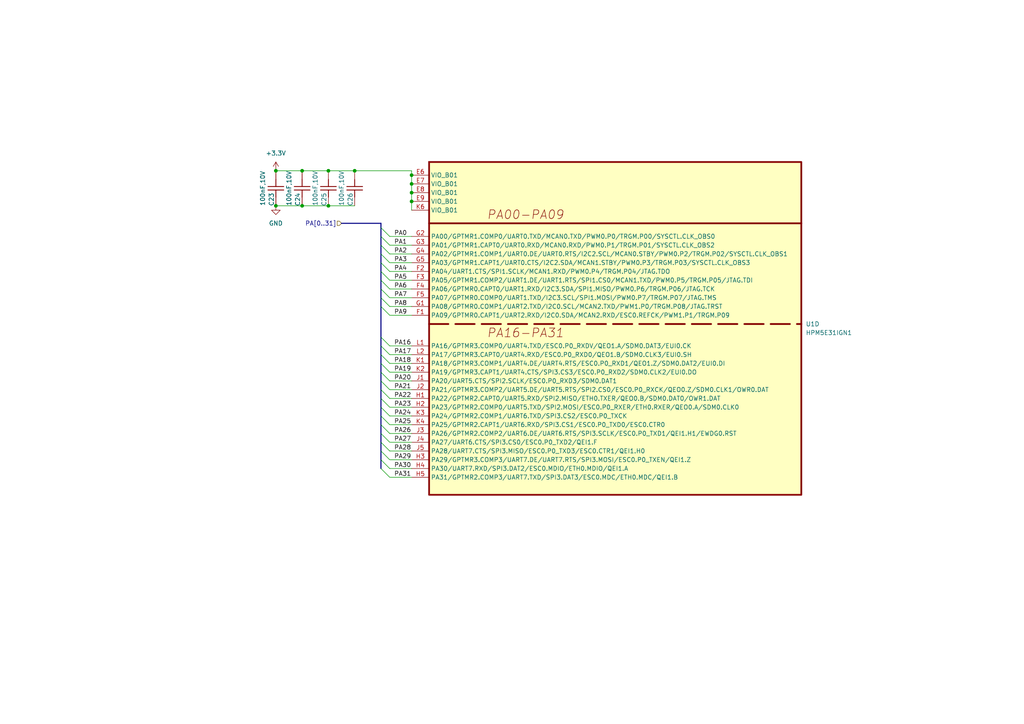
<source format=kicad_sch>
(kicad_sch (version 20250114) (generator "eeschema") (generator_version "9.0")
  (paper "A4")
  (lib_symbols
    (symbol "HPM5E00_Library:HPM5E31IGN1"
      (property "Reference" "U" (at 2.54 1.27 0))
      (property "Value" "HPM5E31IGN1" (at 12.7 1.27 0))
      (symbol "HPM5E31IGN1_1_1"
        (rectangle (start 0 0) (end 35.56 -60.96) (stroke (width 0.508)) (fill (type background)))
        (polyline (pts (xy 0 -40.64) (xy 35.56 -40.64)) (stroke (width 0.508)))
        (polyline (pts (xy 9.525 -6.35) (xy 15.24 -6.35) (xy 15.24 -10.16) (xy 14.605 -9.525) (xy 15.24 -10.16) (xy 15.875 -9.525)))
        (rectangle (start 11.43 -11.43) (end 19.05 -13.97))
        (polyline (pts (xy 15.24 -15.24) (xy 15.24 -19.05) (xy 9.525 -19.05) (xy 10.16 -18.415) (xy 9.525 -19.05) (xy 10.16 -19.685)))
        (text "DCDC_Domain" (at 10.16 -2.54 0) (effects (font (size 1.778 1.778))))
        (text "Analog_Domain" (at 11.43 -44.45 0) (effects (font (size 1.778 1.778))))
        (text "DCDC" (at 15.24 -12.7 0) (effects (font (size 1.27 1.27))))
        (pin power_in line (at -5.08 -6.35 0) (length 5.08) (name "DCDC_IN") (number "M1"))
        (pin power_in line (at -5.08 -8.89 0) (length 5.08) (name "DCDC_IN") (number "M2"))
        (pin power_in line (at -5.08 -16.51 0) (length 5.08) (name "DCDC_LP") (number "N2"))
        (pin power_in line (at -5.08 -19.05 0) (length 5.08) (name "DCDC_LP") (number "P3"))
        (pin power_in line (at -5.08 -27.94 0) (length 5.08) (name "DCDC_GND") (number "N1"))
        (pin power_in line (at -5.08 -30.48 0) (length 5.08) (name "DCDC_GND") (number "P2"))
        (pin power_in line (at -5.08 -48.26 0) (length 5.08) (name "VANA") (number "J9"))
        (pin power_in line (at -5.08 -55.88 0) (length 5.08) (name "VSSA") (number "H8"))
        (pin power_in line (at 40.64 -6.35 180) (length 5.08) (name "VDD_SOC") (number "F6"))
        (pin power_in line (at 40.64 -8.89 180) (length 5.08) (name "VDD_SOC") (number "F9"))
        (pin power_in line (at 40.64 -11.43 180) (length 5.08) (name "VDD_SOC") (number "G6"))
        (pin power_in line (at 40.64 -13.97 180) (length 5.08) (name "VDD_SOC") (number "G9"))
        (pin power_in line (at 40.64 -16.51 180) (length 5.08) (name "VDD_SOC") (number "H9"))
        (pin power_in line (at 40.64 -48.26 180) (length 5.08) (name "VREFH") (number "K9"))
        (pin power_in line (at 40.64 -55.88 180) (length 5.08) (name "VREFL") (number "J8"))
      )
      (symbol "HPM5E31IGN1_2_1"
        (rectangle (start 0 0) (end 35.56 -27.94) (stroke (width 0.508)) (fill (type background)))
        (pin power_in line (at -5.08 -5.08 0) (length 5.08) (name "VSS") (number "A1"))
        (pin power_in line (at -5.08 -7.62 0) (length 5.08) (name "VSS") (number "A14"))
        (pin power_in line (at -5.08 -10.16 0) (length 5.08) (name "VSS") (number "E5"))
        (pin power_in line (at -5.08 -12.7 0) (length 5.08) (name "VSS") (number "E10"))
        (pin power_in line (at -5.08 -15.24 0) (length 5.08) (name "VSS") (number "F7"))
        (pin power_in line (at -5.08 -17.78 0) (length 5.08) (name "VSS") (number "F8"))
        (pin power_in line (at -5.08 -20.32 0) (length 5.08) (name "VSS") (number "G7"))
        (pin power_in line (at -5.08 -22.86 0) (length 5.08) (name "VSS") (number "G8"))
        (pin power_in line (at 40.64 -5.08 180) (length 5.08) (name "VSS") (number "H7"))
        (pin power_in line (at 40.64 -7.62 180) (length 5.08) (name "VSS") (number "J7"))
        (pin power_in line (at 40.64 -10.16 180) (length 5.08) (name "VSS") (number "K5"))
        (pin power_in line (at 40.64 -12.7 180) (length 5.08) (name "VSS") (number "K10"))
        (pin power_in line (at 40.64 -15.24 180) (length 5.08) (name "VSS") (number "N3"))
        (pin power_in line (at 40.64 -17.78 180) (length 5.08) (name "VSS") (number "P1"))
        (pin power_in line (at 40.64 -20.32 180) (length 5.08) (name "VSS") (number "P14"))
      )
      (symbol "HPM5E31IGN1_3_1"
        (rectangle (start 0 0) (end 35.56 -45.72) (stroke (width 0.508)) (fill (type background)))
        (polyline (pts (xy 0 -25.4) (xy 35.56 -25.4)) (stroke (width 0.508)))
        (pin input line (at -5.08 -6.35 0) (length 5.08) (name "XTALI") (number "K14"))
        (pin input line (at -5.08 -16.51 0) (length 5.08) (name "XTALO") (number "K13"))
        (pin input line (at -5.08 -33.02 0) (length 5.08) (name "USB0_VBUS") (number "L12"))
        (pin input line (at 40.64 -6.35 180) (length 5.08) (name "RSTN") (number "M3"))
        (pin input line (at 40.64 -16.51 180) (length 5.08) (name "WKUP") (number "L3"))
        (pin input line (at 40.64 -33.02 180) (length 5.08) (name "USB0_DP") (number "L14"))
        (pin input line (at 40.64 -39.37 180) (length 5.08) (name "USB0_DN") (number "L13"))
      )
      (symbol "HPM5E31IGN1_4_1"
        (rectangle (start 0 0) (end 107.95 -96.52) (stroke (width 0.508)) (fill (type background)))
        (polyline (pts (xy 0 -17.78) (xy 107.95 -17.78)) (stroke (width 0.508)))
        (polyline (pts (xy 0 -46.99) (xy 107.95 -46.99)) (stroke (width 0.508) (type dash)))
        (text "PA00-PA09" (at 27.94 -15.24 0) (effects (font (size 2.54 2.54) (italic yes))))
        (text "PA16-PA31" (at 27.94 -49.53 0) (effects (font (size 2.54 2.54) (italic yes))))
        (pin input line (at -5.08 -3.81 0) (length 5.08) (name "VIO_B01") (number "E6"))
        (pin input line (at -5.08 -6.35 0) (length 5.08) (name "VIO_B01") (number "E7"))
        (pin input line (at -5.08 -8.89 0) (length 5.08) (name "VIO_B01") (number "E8"))
        (pin input line (at -5.08 -11.43 0) (length 5.08) (name "VIO_B01") (number "E9"))
        (pin input line (at -5.08 -13.97 0) (length 5.08) (name "VIO_B01") (number "K6"))
        (pin input line (at -5.08 -21.59 0) (length 5.08) (name "PA00/GPTMR1.COMP0/UART0.TXD/MCAN0.TXD/PWM0.P0/TRGM.P00/SYSCTL.CLK_OBS0") (number "G2"))
        (pin input line (at -5.08 -24.13 0) (length 5.08) (name "PA01/GPTMR1.CAPT0/UART0.RXD/MCAN0.RXD/PWM0.P1/TRGM.P01/SYSCTL.CLK_OBS2") (number "G3"))
        (pin input line (at -5.08 -26.67 0) (length 5.08) (name "PA02/GPTMR1.COMP1/UART0.DE/UART0.RTS/I2C2.SCL/MCAN0.STBY/PWM0.P2/TRGM.P02/SYSCTL.CLK_OBS1") (number "G4"))
        (pin input line (at -5.08 -29.21 0) (length 5.08) (name "PA03/GPTMR1.CAPT1/UART0.CTS/I2C2.SDA/MCAN1.STBY/PWM0.P3/TRGM.P03/SYSCTL.CLK_OBS3") (number "G5"))
        (pin input line (at -5.08 -31.75 0) (length 5.08) (name "PA04/UART1.CTS/SPI1.SCLK/MCAN1.RXD/PWM0.P4/TRGM.P04/JTAG.TDO") (number "F2"))
        (pin input line (at -5.08 -34.29 0) (length 5.08) (name "PA05/GPTMR1.COMP2/UART1.DE/UART1.RTS/SPI1.CS0/MCAN1.TXD/PWM0.P5/TRGM.P05/JTAG.TDI") (number "F3"))
        (pin input line (at -5.08 -36.83 0) (length 5.08) (name "PA06/GPTMR0.CAPT0/UART1.RXD/I2C3.SDA/SPI1.MISO/PWM0.P6/TRGM.P06/JTAG.TCK") (number "F4"))
        (pin input line (at -5.08 -39.37 0) (length 5.08) (name "PA07/GPTMR0.COMP0/UART1.TXD/I2C3.SCL/SPI1.MOSI/PWM0.P7/TRGM.P07/JTAG.TMS") (number "F5"))
        (pin input line (at -5.08 -41.91 0) (length 5.08) (name "PA08/GPTMR0.COMP1/UART2.TXD/I2C0.SCL/MCAN2.TXD/PWM1.P0/TRGM.P08/JTAG.TRST") (number "G1"))
        (pin input line (at -5.08 -44.45 0) (length 5.08) (name "PA09/GPTMR0.CAPT1/UART2.RXD/I2C0.SDA/MCAN2.RXD/ESC0.REFCK/PWM1.P1/TRGM.P09") (number "F1"))
        (pin input line (at -5.08 -53.34 0) (length 5.08) (name "PA16/GPTMR3.COMP0/UART4.TXD/ESC0.P0_RXDV/QEO1.A/SDM0.DAT3/EUI0.CK") (number "L1"))
        (pin input line (at -5.08 -55.88 0) (length 5.08) (name "PA17/GPTMR3.CAPT0/UART4.RXD/ESC0.P0_RXD0/QEO1.B/SDM0.CLK3/EUI0.SH") (number "L2"))
        (pin input line (at -5.08 -58.42 0) (length 5.08) (name "PA18/GPTMR3.COMP1/UART4.DE/UART4.RTS/ESC0.P0_RXD1/QEO1.Z/SDM0.DAT2/EUI0.DI") (number "K1"))
        (pin input line (at -5.08 -60.96 0) (length 5.08) (name "PA19/GPTMR3.CAPT1/UART4.CTS/SPI3.CS3/ESC0.P0_RXD2/SDM0.CLK2/EUI0.DO") (number "K2"))
        (pin input line (at -5.08 -63.5 0) (length 5.08) (name "PA20/UART5.CTS/SPI2.SCLK/ESC0.P0_RXD3/SDM0.DAT1") (number "J1"))
        (pin input line (at -5.08 -66.04 0) (length 5.08) (name "PA21/GPTMR3.COMP2/UART5.DE/UART5.RTS/SPI2.CS0/ESC0.P0_RXCK/QEO0.Z/SDM0.CLK1/OWR0.DAT") (number "J2"))
        (pin input line (at -5.08 -68.58 0) (length 5.08) (name "PA22/GPTMR2.CAPT0/UART5.RXD/SPI2.MISO/ETH0.TXER/QEO0.B/SDM0.DAT0/OWR1.DAT") (number "H1"))
        (pin input line (at -5.08 -71.12 0) (length 5.08) (name "PA23/GPTMR2.COMP0/UART5.TXD/SPI2.MOSI/ESC0.P0_RXER/ETH0.RXER/QEO0.A/SDM0.CLK0") (number "H2"))
        (pin input line (at -5.08 -73.66 0) (length 5.08) (name "PA24/GPTMR2.COMP1/UART6.TXD/SPI3.CS2/ESC0.P0_TXCK") (number "K3"))
        (pin input line (at -5.08 -76.2 0) (length 5.08) (name "PA25/GPTMR2.CAPT1/UART6.RXD/SPI3.CS1/ESC0.P0_TXD0/ESC0.CTR0") (number "K4"))
        (pin input line (at -5.08 -78.74 0) (length 5.08) (name "PA26/GPTMR2.COMP2/UART6.DE/UART6.RTS/SPI3.SCLK/ESC0.P0_TXD1/QEI1.H1/EWDG0.RST") (number "J3"))
        (pin input line (at -5.08 -81.28 0) (length 5.08) (name "PA27/UART6.CTS/SPI3.CS0/ESC0.P0_TXD2/QEI1.F") (number "J4"))
        (pin input line (at -5.08 -83.82 0) (length 5.08) (name "PA28/UART7.CTS/SPI3.MISO/ESC0.P0_TXD3/ESC0.CTR1/QEI1.H0") (number "J5"))
        (pin input line (at -5.08 -86.36 0) (length 5.08) (name "PA29/GPTMR3.COMP3/UART7.DE/UART7.RTS/SPI3.MOSI/ESC0.P0_TXEN/QEI1.Z") (number "H3"))
        (pin input line (at -5.08 -88.9 0) (length 5.08) (name "PA30/UART7.RXD/SPI3.DAT2/ESC0.MDIO/ETH0.MDIO/QEI1.A") (number "H4"))
        (pin input line (at -5.08 -91.44 0) (length 5.08) (name "PA31/GPTMR2.COMP3/UART7.TXD/SPI3.DAT3/ESC0.MDC/ETH0.MDC/QEI1.B") (number "H5"))
      )
      (symbol "HPM5E31IGN1_5_1"
        (rectangle (start 0 0) (end 95.25 -67.31) (stroke (width 0.508)) (fill (type background)))
        (polyline (pts (xy 0 -6.35) (xy 95.25 -6.35)) (stroke (width 0.508)))
        (polyline (pts (xy 0 -39.37) (xy 95.25 -39.37)) (stroke (width 0.508) (type dash)))
        (text "PB00-PB11" (at 26.67 -3.81 0) (effects (font (size 2.54 2.54) (italic yes))))
        (text "PB24-PB31" (at 26.67 -41.91 0) (effects (font (size 2.54 2.54) (italic yes))))
        (pin input line (at -5.08 -8.89 0) (length 5.08) (name "PB00/MCAN0.TXD/ESC0.P0_RXDV/PWM0.P0/TRGM.P00/ETH0.RXDV/QEO1.A") (number "E1"))
        (pin input line (at -5.08 -11.43 0) (length 5.08) (name "PB01/MCAN0.RXD/ESC0.P0_RXD0/PWM0.P1/TRGM.P01/ETH0.RXD0/QEO1.B") (number "E2"))
        (pin input line (at -5.08 -13.97 0) (length 5.08) (name "PB02/I2C2.SCL/MCAN0.STBY/ESC0.P0_RXD1/PWM0.P2/TRGM.P02/ETH0.RXD1/QEI0.H1/QEO1.Z") (number "D1"))
        (pin input line (at -5.08 -16.51 0) (length 5.08) (name "PB03/I2C2.SDA/MCAN1.STBY/ESC0.P0_RXD2/PWM0.P3/TRGM.P03/ETH0.RXD2/QEI0.F") (number "D2"))
        (pin input line (at -5.08 -19.05 0) (length 5.08) (name "PB04/MCAN1.RXD/ESC0.P0_RXD3/PWM0.P4/TRGM.P04/ETH0.RXD3/QEI0.H0") (number "C1"))
        (pin input line (at -5.08 -21.59 0) (length 5.08) (name "PB05/MCAN1.TXD/ESC0.P0_RXCK/PWM0.P5/TRGM.P05/ETH0.RXCK/QEI0.Z/QEO0.Z") (number "C2"))
        (pin input line (at -5.08 -24.13 0) (length 5.08) (name "PB06/I2C3.SDA/ESC0.P0_TXCK/PWM0.P6/TRGM.P06/ETH0.TXCK/QEI0.B/QEO0.B") (number "E3"))
        (pin input line (at -5.08 -26.67 0) (length 5.08) (name "PB07/I2C3.SCL/ESC0.P0_TXD0/PWM0.P7/TRGM.P07/ETH0.TXD0/QEI0.A/QEO0.A") (number "E4"))
        (pin input line (at -5.08 -29.21 0) (length 5.08) (name "PB08/I2C0.SCL/MCAN2.TXD/ESC0.P0_TXD1/PWM1.P0/TRGM.P08/ETH0.TXD1") (number "D3"))
        (pin input line (at -5.08 -31.75 0) (length 5.08) (name "PB09/I2C0.SDA/MCAN2.RXD/ESC0.P0_TXD2/PWM1.P1/TRGM.P09/ETH0.TXD2") (number "D4"))
        (pin input line (at -5.08 -34.29 0) (length 5.08) (name "PB10/MCAN2.STBY/ESC0.P0_TXD3/PWM1.P2/TRGM.P10/ETH0.TXD3") (number "C3"))
        (pin input line (at -5.08 -36.83 0) (length 5.08) (name "PB11/ESC0.P0_TXEN/PWM1.P3/TRGM.P11/ETH0.TXEN") (number "C4"))
        (pin input line (at -5.08 -45.72 0) (length 5.08) (name "PB24/ESC0.CTR4/XPI0.CA_CS1/SDM0.CLK3/ETH0.EVTI0/ESC0.EVTI0") (number "A2"))
        (pin input line (at -5.08 -48.26 0) (length 5.08) (name "PB25/ESC0.CTR5/XPI0.CA_DQS/SDM0.DAT3/ETH0.EVTO0/ESC0.EVTO0") (number "B1"))
        (pin input line (at -5.08 -50.8 0) (length 5.08) (name "PB26/ESC0.CTR6/XPI0.CA_D2/QEI1.H1/SDM0.CLK2/ETH0.EVTI1/EUI1.CK/ESC0.EVTI1") (number "A3"))
        (pin input line (at -5.08 -53.34 0) (length 5.08) (name "PB27/ESC0.CTR7/XPI0.CA_D0/QEI1.F/SDM0.DAT2/EUI1.SH") (number "B2"))
        (pin input line (at -5.08 -55.88 0) (length 5.08) (name "PB28/ESC0.CTR8/XPI0.CA_D1/QEI1.H0/SDM0.CLK1/EUI1.DI") (number "A4"))
        (pin input line (at -5.08 -58.42 0) (length 5.08) (name "PB29/XPI0.CA_SCLK/QEI1.Z/SDM0.DAT1/ETH0.EVTO1/EUI1.DO/ESC0.EVTO1") (number "B3"))
        (pin input line (at -5.08 -60.96 0) (length 5.08) (name "PB30/ESC0.CTR7/XPI0.CA_CS0/QEI1.A/SDM0.CLK0") (number "A5"))
        (pin input line (at -5.08 -63.5 0) (length 5.08) (name "PB31/ESC0.CTR8/XPI0.CA_D3/QEI1.B/SDM0.DAT0") (number "B4"))
      )
      (symbol "HPM5E31IGN1_6_1"
        (rectangle (start 0 0) (end 187.96 -93.98) (stroke (width 0.508)) (fill (type background)))
        (polyline (pts (xy 0 -6.35) (xy 187.96 -6.35)) (stroke (width 0.508)))
        (text "PC00-PC31" (at 22.86 -3.81 0) (effects (font (size 2.54 2.54) (italic yes))))
        (pin input line (at -5.08 -10.16 0) (length 5.08) (name "PC00/GPTMR1.COMP0/UART0.TXD/MCAN0.TXD/ESC0.GPI63/ESC0.GPO00/PPI0.DQ24/XPI0.CB_CS0/PWM0.P0/TRGM.P00/ESC0.GPI15/OWR0.DAT") (number "B5"))
        (pin input line (at -5.08 -12.7 0) (length 5.08) (name "PC01/GPTMR1.CAPT0/UART0.RXD/MCAN0.RXD/ESC0.GPI62/ESC0.GPO01/PPI0.DQ25/XPI0.CB_D1/PWM0.P1/TRGM.P01/ESC0.GPI14/OWR1.DAT") (number "A6"))
        (pin input line (at -5.08 -15.24 0) (length 5.08) (name "PC02/GPTMR1.COMP1/UART0.DE/UART0.RTS/I2C2.SCL/MCAN0.STBY/ESC0.GPI61/ESC0.GPO02/PPI0.DQ22/XPI0.CB_D2/PWM0.P2/TRGM.P02/ESC0.GPI13/QEI0.H1") (number "B6"))
        (pin input line (at -5.08 -17.78 0) (length 5.08) (name "PC03/GPTMR1.CAPT1/UART0.CTS/I2C2.SDA/SPI1.CS3/MCAN1.STBY/ESC0.GPI60/ESC0.GPO03/PPI0.DQ26/XPI0.CB_D3/PWM0.P3/TRGM.P03/ESC0.GPI12/QEI0.F") (number "A7"))
        (pin input line (at -5.08 -20.32 0) (length 5.08) (name "PC04/UART1.CTS/SPI0.SCLK/MCAN1.RXD/ESC0.GPI59/ESC0.GPO04/PPI0.DQ27/XPI0.CB_SCLK/PWM0.P4/TRGM.P04/ESC0.GPI11/QEI0.H0") (number "B7"))
        (pin input line (at -5.08 -22.86 0) (length 5.08) (name "PC05/GPTMR1.COMP2/UART1.DE/UART1.RTS/SPI0.CS0/MCAN1.TXD/ESC0.GPI58/ESC0.GPO05/PPI0.DQ28/XPI0.CA_CS0/PWM0.P5/TRGM.P05/ESC0.GPI10/QEI0.Z/QEO0.Z") (number "A8"))
        (pin input line (at -5.08 -25.4 0) (length 5.08) (name "PC06/GPTMR0.CAPT0/UART1.RXD/I2C3.SDA/SPI0.MISO/ESC0.GPI57/ESC0.GPO06/PPI0.DQ29/XPI0.CA_D1/PWM0.P6/TRGM.P06/ESC0.GPI09/QEI0.B/QEO0.B") (number "B8"))
        (pin input line (at -5.08 -27.94 0) (length 5.08) (name "PC07/GPTMR0.COMP0/UART1.TXD/I2C3.SCL/SPI0.MOSI/ESC0.GPI56/ESC0.GPO07/PPI0.DQ30/XPI0.CA_D3/PWM0.P7/TRGM.P07/ESC0.GPI08/QEI0.A/QEO0.A") (number "A9"))
        (pin input line (at -5.08 -30.48 0) (length 5.08) (name "PC08/GPTMR0.COMP1/UART2.TXD/I2C0.SCL/SPI1.CS2/MCAN2.TXD/ESC0.GPI55/ESC0.GPO08/PPI0.DQ31/XPI0.CA_SCLK/PWM1.P0/TRGM.P08/ESC0.GPI07") (number "B9"))
        (pin input line (at -5.08 -33.02 0) (length 5.08) (name "PC09/GPTMR0.CAPT1/UART2.RXD/I2C0.SDA/SPI1.CS1/MCAN2.RXD/ESC0.GPI54/ESC0.GPO09/PPI0.DQ23/XPI0.CB_CS1/PWM1.P1/TRGM.P09/ESC0.GPI06/QEI1.H1/ESC0.CTR0") (number "C5"))
        (pin input line (at -5.08 -35.56 0) (length 5.08) (name "PC10/GPTMR0.COMP2/UART2.DE/UART2.RTS/SPI1.SCLK/MCAN2.STBY/ESC0.GPI53/ESC0.GPO10/PPI0.DQ20/XPI0.CB_D0/PWM1.P2/TRGM.P10/ESC0.GPI05/QEI1.F/ESC0.CTR1") (number "D5"))
        (pin input line (at -5.08 -38.1 0) (length 5.08) (name "PC11/UART2.CTS/SPI1.CS0/ESC0.GPI52/ESC0.GPO11/PPI0.DQ21/XPI0.CB_DQS/PWM1.P3/TRGM.P11/ESC0.GPI04/QEI1.H0/ESC0.CTR2") (number "C6"))
        (pin input line (at -5.08 -40.64 0) (length 5.08) (name "PC12/UART3.CTS/I2C1.SDA/SPI1.MISO/ESC0.GPI51/ESC0.GPO12/PPI0.DM2/XPI0.CA_D2/PWM1.P4/TRGM.P12/ESC0.GPI03/QEI1.Z/QEO1.Z/ESC0.CTR3") (number "D6"))
        (pin input line (at -5.08 -43.18 0) (length 5.08) (name "PC13/GPTMR1.COMP3/UART3.DE/UART3.RTS/I2C1.SCL/SPI1.MOSI/MCAN3.STBY/ESC0.GPI50/ESC0.GPO13/PPI0.DQ18/XPI0.CA_CS1/PWM1.P5/TRGM.P13/ESC0.GPI02/QEI1.A/QEO1.A/ESC0.CTR4") (number "C7"))
        (pin input line (at -5.08 -45.72 0) (length 5.08) (name "PC14/UART3.RXD/SPI1.DAT2/MCAN3.RXD/ESC0.GPI49/ESC0.GPO14/PPI0.DQ19/PWM1.P6/TRGM.P14/ESC0.GPI01/QEI1.B/QEO1.B/ESC0.CTR5") (number "D7"))
        (pin input line (at -5.08 -48.26 0) (length 5.08) (name "PC15/GPTMR0.COMP3/UART3.TXD/SPI1.DAT3/MCAN3.TXD/ESC0.GPI48/ESC0.GPO15/PPI0.DM3/XPI0.CA_D0/PWM1.P7/TRGM.P15/ESC0.GPI00/ESC0.CTR6") (number "C8"))
        (pin input line (at -5.08 -50.8 0) (length 5.08) (name "PC16/GPTMR3.COMP0/UART4.TXD/ESC0.GPI47/ESC0.GPO16/PPI0.DQ16/XPI0.CA_DQS/ESC0.CTR7") (number "D8"))
        (pin input line (at -5.08 -53.34 0) (length 5.08) (name "PC17/GPTMR3.CAPT0/UART4.RXD/ESC0.GPI46/ESC0.GPO17/PPI0.DQ17/ESC0.CTR8") (number "C9"))
        (pin input line (at -5.08 -55.88 0) (length 5.08) (name "PC18/GPTMR3.COMP1/UART4.DE/UART4.RTS/ESC0.GPI45/ESC0.GPO18/PPI0.DQ04/ESC0.CTR0") (number "A10"))
        (pin input line (at -5.08 -58.42 0) (length 5.08) (name "PC19/GPTMR3.CAPT1/UART4.CTS/SPI2.CS3/ESC0.GPI44/ESC0.GPO19/PPI0.DQ05/ESC0.CTR1") (number "B10"))
        (pin input line (at -5.08 -60.96 0) (length 5.08) (name "PC20/UART5.CTS/SPI3.SCLK/ESC0.GPI43/ESC0.GPO20/PPI0.DQ06/ESC0.CTR2") (number "A11"))
        (pin input line (at -5.08 -63.5 0) (length 5.08) (name "PC21/GPTMR3.COMP2/UART5.DE/UART5.RTS/SPI3.CS0/ESC0.GPI42/ESC0.GPO21/PPI0.DQ07/ESC0.CTR3/QEO1.Z") (number "B11"))
        (pin input line (at -5.08 -66.04 0) (length 5.08) (name "PC22/GPTMR2.CAPT0/UART5.RXD/SPI3.MISO/ESC0.GPI41/ESC0.GPO22/PPI0.CTR2/QEO1.B") (number "A12"))
        (pin input line (at -5.08 -68.58 0) (length 5.08) (name "PC23/GPTMR2.COMP0/UART5.TXD/SPI3.MOSI/ESC0.GPI40/ESC0.GPO23/PPI0.DQ08/QEO1.A") (number "A13"))
        (pin input line (at -5.08 -71.12 0) (length 5.08) (name "PC24/GPTMR2.COMP1/UART6.TXD/SPI2.CS2/ESC0.GPI39/ESC0.GPO24/PPI0.DQ09") (number "B14"))
        (pin input line (at -5.08 -73.66 0) (length 5.08) (name "PC25/GPTMR2.CAPT1/UART6.RXD/SPI2.CS1/ESC0.GPI38/ESC0.GPO25/PPI0.DQ11") (number "C14"))
        (pin input line (at -5.08 -76.2 0) (length 5.08) (name "PC26/GPTMR2.COMP2/UART6.DE/UART6.RTS/SPI2.SCLK/ESC0.GPI37/ESC0.GPO26/PPI0.DQ12/QEI1.H1") (number "D14"))
        (pin input line (at -5.08 -78.74 0) (length 5.08) (name "PC27/UART6.CTS/SPI2.CS0/ESC0.GPI36/ESC0.GPO27/PPI0.CTR0/ESC0.CTR4/QEI1.F") (number "D13"))
        (pin input line (at -5.08 -81.28 0) (length 5.08) (name "PC28/UART7.CTS/SPI2.MISO/ESC0.GPI35/ESC0.GPO28/PPI0.DM0/ESC0.CTR5/QEI1.H0") (number "E14"))
        (pin input line (at -5.08 -83.82 0) (length 5.08) (name "PC29/GPTMR3.COMP3/UART7.DE/UART7.RTS/SPI2.MOSI/ESC0.GPI34/ESC0.GPO29/PPI0.CLK/ESC0.CTR6/QEI1.Z/SOC.REF0") (number "E13"))
        (pin input line (at -5.08 -86.36 0) (length 5.08) (name "PC30/UART7.RXD/SPI2.DAT2/ESC0.GPI33/ESC0.GPO30/PPI0.CS0/ESC0.CTR7/QEI1.A/SOC.REF1") (number "F14"))
        (pin input line (at -5.08 -88.9 0) (length 5.08) (name "PC31/GPTMR2.COMP3/UART7.TXD/SPI2.DAT3/ESC0.GPI32/ESC0.GPO31/PPI0.CS1/ESC0.CTR8/QEI1.B") (number "F13"))
      )
      (symbol "HPM5E31IGN1_7_1"
        (rectangle (start 0 0) (end 130.81 -92.71) (stroke (width 0.508)) (fill (type background)))
        (polyline (pts (xy 0 -5.08) (xy 130.81 -5.08)) (stroke (width 0.508)))
        (text "PD00-PD31" (at 22.86 -2.54 0) (effects (font (size 2.54 2.54) (italic yes))))
        (pin input line (at -5.08 -8.89 0) (length 5.08) (name "PD00/MCAN0.TXD/ESC0.GPI31/ESC0.GPO32/PPI0.DQ02/PWM0.P0/TRGM.P00/ESC0.REFCK/ESC0.CTR0") (number "D9"))
        (pin input line (at -5.08 -11.43 0) (length 5.08) (name "PD01/MCAN0.RXD/ESC0.GPI30/ESC0.GPO33/PPI0.DQ03/PWM0.P1/TRGM.P01/ESC0.REFCK/ESC0.CTR1") (number "C10"))
        (pin input line (at -5.08 -13.97 0) (length 5.08) (name "PD02/I2C2.SCL/MCAN0.STBY/ESC0.GPI29/ESC0.GPO34/PPI0.DQ00/PWM0.P2/TRGM.P02/ESC0.SCL/QEI0.H1/EWDG1.RST/ESC0.CTR2") (number "D10"))
        (pin input line (at -5.08 -16.51 0) (length 5.08) (name "PD03/I2C2.SDA/MCAN1.STBY/ESC0.GPI28/ESC0.GPO35/PPI0.DQ01/PWM0.P3/TRGM.P03/ESC0.SDA/QEI0.F/ESC0.CTR3") (number "C11"))
        (pin input line (at -5.08 -19.05 0) (length 5.08) (name "PD04/MCAN1.RXD/ESC0.GPI27/ESC0.GPO36/PPI0.DQ10/PWM0.P4/TRGM.P04/QEI0.H0/ESC0.CTR4") (number "D11"))
        (pin input line (at -5.08 -21.59 0) (length 5.08) (name "PD05/MCAN1.TXD/ESC0.GPI26/ESC0.GPO37/PPI0.DQ13/PWM0.P5/TRGM.P05/QEI0.Z/QEO0.Z/ESC0.CTR5") (number "B12"))
        (pin input line (at -5.08 -24.13 0) (length 5.08) (name "PD06/I2C3.SDA/ESC0.GPI25/ESC0.GPO38/PPI0.DQ14/PWM0.P6/TRGM.P06/QEI0.B/QEO0.B/ESC0.CTR6") (number "C12"))
        (pin input line (at -5.08 -26.67 0) (length 5.08) (name "PD07/I2C3.SCL/ESC0.GPI24/ESC0.GPO39/PPI0.CTR3/PWM0.P7/TRGM.P07/QEI0.A/QEO0.A/ESC0.CTR7") (number "B13"))
        (pin input line (at -5.08 -29.21 0) (length 5.08) (name "PD08/I2C0.SCL/MCAN2.TXD/ESC0.GPI23/ESC0.GPO40/PPI0.CS3/PWM1.P0/TRGM.P08/ESC0.SCL/ESC0.CTR8") (number "C13"))
        (pin input line (at -5.08 -31.75 0) (length 5.08) (name "PD09/I2C0.SDA/MCAN2.RXD/ESC0.GPI22/ESC0.GPO41/PWM1.P1/TRGM.P09/ESC0.SDA") (number "D12"))
        (pin input line (at -5.08 -34.29 0) (length 5.08) (name "PD10/MCAN2.STBY/ESC0.GPI21/ESC0.GPO42/PPI0.CTR1/PWM1.P2/TRGM.P10") (number "E12"))
        (pin input line (at -5.08 -36.83 0) (length 5.08) (name "PD11/ESC0.GPI20/ESC0.GPO43/PPI0.CS2/PWM1.P3/TRGM.P11") (number "E11"))
        (pin input line (at -5.08 -39.37 0) (length 5.08) (name "PD12/I2C1.SDA/ESC0.GPI19/ESC0.GPO44/PPI0.DQ15/PWM1.P4/TRGM.P12") (number "F12"))
        (pin input line (at -5.08 -41.91 0) (length 5.08) (name "PD13/I2C1.SCL/MCAN3.STBY/ESC0.GPI18/ESC0.GPO45/PPI0.DM1/PWM1.P5/TRGM.P13") (number "F11"))
        (pin input line (at -5.08 -44.45 0) (length 5.08) (name "PD14/MCAN3.RXD/ESC0.GPI17/ESC0.GPO46/PPI0.DQ08/PWM1.P6/TRGM.P14/ESC0.REFCK/SYSCTL.CLK_OBS3") (number "G14"))
        (pin input line (at -5.08 -46.99 0) (length 5.08) (name "PD15/MCAN3.TXD/ESC0.GPI16/ESC0.GPO47/PPI0.DM1/PWM1.P7/TRGM.P15/ESC0.REFCK/SYSCTL.CLK_OBS2") (number "G13"))
        (pin input line (at -5.08 -49.53 0) (length 5.08) (name "PD16/ESC0.GPI15/ESC0.GPO48/PPI0.DQ10/ESC0.GPO00/SYSCTL.CLK_OBS0/ESC0.P2_RXDV") (number "G12"))
        (pin input line (at -5.08 -52.07 0) (length 5.08) (name "PD17/ESC0.GPI14/ESC0.GPO49/PPI0.DQ09/ESC0.GPO01/SYSCTL.CLK_OBS1/ESC0.P2_RXD0") (number "H14"))
        (pin input line (at -5.08 -54.61 0) (length 5.08) (name "PD18/ESC0.GPI13/ESC0.GPO50/PPI0.DQ12/ESC0.GPO02/ESC0.P2_RXD1") (number "H13"))
        (pin input line (at -5.08 -57.15 0) (length 5.08) (name "PD19/ESC0.GPI12/ESC0.GPO51/PPI0.DQ11/ESC0.GPO03/ESC0.P2_RXD2") (number "H12"))
        (pin input line (at -5.08 -59.69 0) (length 5.08) (name "PD20/ESC0.GPI11/ESC0.GPO52/PPI0.DQ14/ESC0.GPO04/ESC0.P2_RXD3") (number "J14"))
        (pin input line (at -5.08 -62.23 0) (length 5.08) (name "PD21/ESC0.GPI10/ESC0.GPO53/PPI0.DQ13/ESC0.GPO05/QEO1.Z/ESC0.P2_RXCK") (number "J13"))
        (pin input line (at -5.08 -64.77 0) (length 5.08) (name "PD22/ESC0.GPI09/ESC0.GPO54/PPI0.DQ15/ESC0.GPO06/QEO1.B/ESC0.P2_RXER") (number "J12"))
        (pin input line (at -5.08 -67.31 0) (length 5.08) (name "PD23/ESC0.GPI08/ESC0.GPO55/PPI0.DM0/ESC0.GPO07/QEO1.A/ESC0.P2_TXCK") (number "F10"))
        (pin input line (at -5.08 -69.85 0) (length 5.08) (name "PD24/ESC0.GPI07/ESC0.GPO56/PPI0.DQ06/ESC0.GPO08/SDM0.DAT3/ESC0.P2_TXD0") (number "G11"))
        (pin input line (at -5.08 -72.39 0) (length 5.08) (name "PD25/ESC0.GPI06/ESC0.GPO57/PPI0.DQ07/ESC0.GPO09/SDM0.CLK3/OWR0.DAT/ESC0.P2_TXD1") (number "G10"))
        (pin input line (at -5.08 -74.93 0) (length 5.08) (name "PD26/ESC0.GPI05/ESC0.GPO58/PPI0.DQ05/ESC0.GPO10/QEI1.H1/SDM0.CLK2/OWR1.DAT/ESC0.P2_TXD2") (number "H11"))
        (pin input line (at -5.08 -77.47 0) (length 5.08) (name "PD27/ESC0.GPI04/ESC0.GPO59/PPI0.DQ04/ESC0.GPO11/QEI1.F/SDM0.DAT2/ESC0.P2_TXD3") (number "H10"))
        (pin input line (at -5.08 -80.01 0) (length 5.08) (name "PD28/ESC0.GPI03/ESC0.GPO60/PPI0.DQ03/ESC0.GPO12/QEI1.H0/SDM0.CLK1/ESC0.P2_TXEN") (number "J11"))
        (pin input line (at -5.08 -82.55 0) (length 5.08) (name "PD29/ESC0.GPI02/ESC0.GPO61/PPI0.DQ02/ESC0.GPO13/QEI1.Z/SDM0.DAT1/ESC0.REFCK") (number "J10"))
        (pin input line (at -5.08 -85.09 0) (length 5.08) (name "PD30/ESC0.GPI01/ESC0.GPO62/PPI0.DQ01/ESC0.GPO14/QEI1.A/SDM0.CLK0/ESC0.MDIO") (number "K12"))
        (pin input line (at -5.08 -87.63 0) (length 5.08) (name "PD31/ESC0.GPI00/ESC0.GPO63/PPI0.DQ00/ESC0.GPO15/QEI1.B/SDM0.DAT0/ESC0.MDC") (number "K11"))
      )
      (symbol "HPM5E31IGN1_8_1"
        (rectangle (start 0 0) (end 133.35 -25.4) (stroke (width 0.508)) (fill (type background)))
        (polyline (pts (xy 0 -5.08) (xy 133.35 -5.08)) (stroke (width 0.508)))
        (text "PE00-PE05" (at 22.86 -2.54 0) (effects (font (size 2.54 2.54) (italic yes))))
        (pin input line (at -5.08 -8.89 0) (length 5.08) (name "PE00/GPTMR1.COMP0/UART0.TXD/MCAN0.TXD/ESC0.CTR4/PPI0.CTR4/PWM0.P0/TRGM.P00/QEO1.A/USB0.ID/ETH0.EVTO1/ESC0.EVTO1") (number "M14"))
        (pin input line (at -5.08 -11.43 0) (length 5.08) (name "PE01/GPTMR1.CAPT0/UART0.RXD/MCAN0.RXD/ESC0.CTR5/PPI0.CTR5/PWM0.P1/TRGM.P01/QEO1.B/USB0.PWR") (number "M13"))
        (pin input line (at -5.08 -13.97 0) (length 5.08) (name "PE02/GPTMR1.COMP1/UART0.DE/UART0.RTS/I2C2.SCL/MCAN0.STBY/ESC0.CTR6/PPI0.CTR6/PWM0.P2/TRGM.P02/QEO1.Z") (number "M12"))
        (pin input line (at -5.08 -16.51 0) (length 5.08) (name "PE03/GPTMR1.CAPT1/UART0.CTS/I2C2.SDA/MCAN1.STBY/ESC0.CTR1/PPI0.CTR7/PWM0.P3/TRGM.P03/USB0.OC") (number "N14"))
        (pin input line (at -5.08 -19.05 0) (length 5.08) (name "PE04/UART1.CTS/MCAN1.RXD/ESC0.CTR2/PWM0.P4/TRGM.P04/ETH0.COL/ETH0.EVTI1/ESC0.EVTI1") (number "N13"))
        (pin input line (at -5.08 -21.59 0) (length 5.08) (name "PE05/GPTMR1.COMP2/UART1.DE/UART1.RTS/MCAN1.TXD/ESC0.CTR3/PWM0.P5/TRGM.P05/ETH0.CRS") (number "P13"))
      )
      (symbol "HPM5E31IGN1_9_1"
        (rectangle (start 0 0) (end 111.76 -91.44) (stroke (width 0.508)) (fill (type background)))
        (polyline (pts (xy 0 -5.08) (xy 111.76 -5.08)) (stroke (width 0.508)))
        (text "PF00-PF31" (at 22.86 -2.54 0) (effects (font (size 2.54 2.54) (italic yes))))
        (pin input line (at -5.08 -8.89 0) (length 5.08) (name "PF00/MCAN0.TXD/ESC0.MDC/PWM0.P0/TRGM.P00/ETH0.MDC/QEO1.A") (number "N10"))
        (pin input line (at -5.08 -11.43 0) (length 5.08) (name "PF01/MCAN0.RXD/ESC0.MDIO/PWM0.P1/TRGM.P01/ETH0.MDIO/QEO1.B") (number "L10"))
        (pin input line (at -5.08 -13.97 0) (length 5.08) (name "PF02/I2C2.SCL/MCAN0.STBY/ESC0.P1_TXCK/PWM0.P2/TRGM.P02/ETH0.TXCK/QEI0.H1/QEO1.Z/EUI0.CK") (number "P11"))
        (pin input line (at -5.08 -16.51 0) (length 5.08) (name "PF03/I2C2.SDA/MCAN1.STBY/ESC0.P1_TXD0/PWM0.P3/TRGM.P03/ETH0.TXD0/QEI0.F/EUI0.SH") (number "M9"))
        (pin input line (at -5.08 -19.05 0) (length 5.08) (name "PF04/MCAN1.RXD/ESC0.P1_TXD1/PWM0.P4/TRGM.P04/ETH0.TXD1/QEI0.H0/EUI0.DI") (number "M8"))
        (pin input line (at -5.08 -21.59 0) (length 5.08) (name "PF05/MCAN1.TXD/ESC0.P1_TXD2/PWM0.P5/TRGM.P05/ETH0.TXD2/QEI0.Z/QEO0.Z/EUI0.DO") (number "L8"))
        (pin input line (at -5.08 -24.13 0) (length 5.08) (name "PF06/I2C3.SDA/ESC0.P1_TXD3/PWM0.P6/TRGM.P06/ETH0.TXD3/QEI0.B/QEO0.B") (number "P12"))
        (pin input line (at -5.08 -26.67 0) (length 5.08) (name "PF07/I2C3.SCL/ESC0.P1_TXEN/PWM0.P7/TRGM.P07/ETH0.TXEN/QEI0.A/QEO0.A") (number "M11"))
        (pin input line (at -5.08 -29.21 0) (length 5.08) (name "PF08/I2C0.SCL/MCAN2.TXD/ESC0.P1_RXDV/PWM1.P0/TRGM.P08/ETH0.RXDV/EUI1.CK") (number "L11"))
        (pin input line (at -5.08 -31.75 0) (length 5.08) (name "PF09/I2C0.SDA/MCAN2.RXD/ESC0.P1_RXD0/PWM1.P1/TRGM.P09/ETH0.RXD0/EUI1.SH") (number "M10"))
        (pin input line (at -5.08 -34.29 0) (length 5.08) (name "PF10/MCAN2.STBY/ESC0.P1_RXD1/PWM1.P2/TRGM.P10/ETH0.RXD1/EUI1.DI") (number "P10"))
        (pin input line (at -5.08 -36.83 0) (length 5.08) (name "PF11/ESC0.P1_RXD2/PWM1.P3/TRGM.P11/ETH0.RXD2/EUI1.DO") (number "L9"))
        (pin input line (at -5.08 -39.37 0) (length 5.08) (name "PF12/I2C1.SDA/ESC0.P1_RXD3/PWM1.P4/TRGM.P12/ETH0.RXD3/OWR0.DAT") (number "N11"))
        (pin input line (at -5.08 -41.91 0) (length 5.08) (name "PF13/I2C1.SCL/MCAN3.STBY/ESC0.P1_RXCK/PWM1.P5/TRGM.P13/ETH0.RXCK/OWR1.DAT") (number "N12"))
        (pin input line (at -5.08 -44.45 0) (length 5.08) (name "PF14/MCAN3.RXD/ESC0.P1_RXER/PWM1.P6/TRGM.P14/ETH0.RXER") (number "N9"))
        (pin input line (at -5.08 -46.99 0) (length 5.08) (name "PF15/MCAN3.TXD/PWM1.P7/TRGM.P15/ETH0.TXER") (number "P9"))
        (pin input line (at -5.08 -49.53 0) (length 5.08) (name "PF16/SDM0.DAT0/ADC0.IN08/ADC1.IN08/ACMP0_CH0.INN7") (number "N7"))
        (pin input line (at -5.08 -52.07 0) (length 5.08) (name "PF17/SDM0.CLK0/ADC0.IN12/ADC1.IN12/ACMP0_CH1.INN7") (number "P7"))
        (pin input line (at -5.08 -54.61 0) (length 5.08) (name "PF18/SDM0.DAT1/USB0.PWR/ETH0.EVTO0/ESC0.EVTO0/ADC0.IN11/ADC1.IN11/ACMP0_CH1.INP7") (number "P8"))
        (pin input line (at -5.08 -57.15 0) (length 5.08) (name "PF19/SDM0.CLK1/USB0.PWR/ADC0.IN13/ADC1.IN13/ACMP0_CH0.INP7") (number "M5"))
        (pin input line (at -5.08 -59.69 0) (length 5.08) (name "PF20/SDM0.DAT3/USB0.OC/ETH0.EVTO1/ESC0.EVTO1/ADC0.IN03/ADC1.IN03/ACMP0_CH0.INP4/ACMP0_CH1.INP4") (number "N6"))
        (pin input line (at -5.08 -62.23 0) (length 5.08) (name "PF21/SDM0.DAT2/USB0.ID/ETH0.EVTI0/ESC0.EVTI0/ADC0.IN02/ADC1.IN02/ACMP0_CH0.INN4/ACMP0_CH1.INN4") (number "L6"))
        (pin input line (at -5.08 -64.77 0) (length 5.08) (name "PF22/SDM0.CLK2/USB0.ID/ETH0.EVTI1/ESC0.EVTI1/ADC0.IN14/ADC1.IN14/ACMP0_CH0.INN5/ACMP0_CH1.INN5") (number "N8"))
        (pin input line (at -5.08 -67.31 0) (length 5.08) (name "PF23/SDM0.CLK3/USB0.OC/ADC0.IN15/ADC1.IN15/ACMP0_CH0.INN3/ACMP0_CH1.INN3") (number "L5"))
        (pin input line (at -5.08 -69.85 0) (length 5.08) (name "PF24/SDM0.DAT0/ADC0.IN10/ADC1.IN10/ACMP0_CH0.INP5/ACMP0_CH1.INP5") (number "M6"))
        (pin input line (at -5.08 -72.39 0) (length 5.08) (name "PF25/SDM0.CLK0/ADC0.IN09/ADC1.IN09/ACMP0_CH0.INP3/ACMP0_CH1.INP3") (number "L7"))
        (pin input line (at -5.08 -74.93 0) (length 5.08) (name "PF26/SDM0.DAT1/ADC0.IN01/ADC1.IN01/ACMP0_CH0.INN6/ACMP0_CH1.INN6") (number "P6"))
        (pin input line (at -5.08 -77.47 0) (length 5.08) (name "PF27/SDM0.CLK1/ADC0.IN00/ADC1.IN00/ACMP0_CH0.INP6/ACMP0_CH1.INP6") (number "M7"))
        (pin input line (at -5.08 -80.01 0) (length 5.08) (name "PF28/SDM0.DAT3/ADC0.IN05/ADC1.IN05/ACMP0_CH0.INN2/ACMP0_CH1.INN2") (number "P5"))
        (pin input line (at -5.08 -82.55 0) (length 5.08) (name "PF29/SDM0.DAT2/ADC0.IN04/ADC1.IN04/ACMP0_CH0.INP2/ACMP0_CH1.INP2") (number "M4"))
        (pin input line (at -5.08 -85.09 0) (length 5.08) (name "PF30/SDM0.CLK2/ADC0.IN06/ADC1.IN06/ACMP0_CH0.INN1/ACMP0_CH1.INN1") (number "L4"))
        (pin input line (at -5.08 -87.63 0) (length 5.08) (name "PF31/SDM0.CLK3/ADC0.IN07/ADC1.IN07/ACMP0_CH0.INP1/ACMP0_CH1.INP1") (number "N5"))
      )
      (symbol "HPM5E31IGN1_10_1"
        (rectangle (start 0 0) (end 35.56 -19.05) (stroke (width 0.508)) (fill (type background)))
        (pin input line (at -5.08 -5.08 0) (length 5.08) (name "VPMC") (number "N4"))
        (pin input line (at -5.08 -8.89 0) (length 5.08) (name "VPMC") (number "P4"))
        (pin input line (at 40.64 -3.81 180) (length 5.08) (name "VDD_PMCCAP") (number "K7"))
        (pin input line (at 40.64 -7.62 180) (length 5.08) (name "VDD_OTPCAP") (number "K8"))
        (pin input line (at 40.64 -11.43 180) (length 5.08) (name "VDD_PHY0CAP") (number "J6"))
        (pin input line (at 40.64 -15.24 180) (length 5.08) (name "VDD_PHY1CAP") (number "H6"))
      )
    )
    (symbol "HPM6280Foc:GRM033R61A104KE15D"
      (property "Reference" "C" (at -1.27 2.54 0))
      (property "Value" "100nF,10V" (at 0 -3.81 0))
      (symbol "GRM033R61A104KE15D_1_0"
        (polyline (pts (xy -0.508 2.286) (xy -0.508 -2.286)) (stroke (width 0.254)))
        (polyline (pts (xy -0.508 0) (xy -2.54 0)) (stroke (width 0.254)))
        (polyline (pts (xy 0.508 2.286) (xy 0.508 -2.286)) (stroke (width 0.254)))
        (polyline (pts (xy 0.508 0) (xy 2.54 0)) (stroke (width 0.254)))
        (pin passive line (at -5.08 0 0) (length 2.54) (name "2") (number "2"))
        (pin passive line (at 5.08 0 180) (length 2.54) (name "1") (number "1"))
      )
    )
    (symbol "power:+3.3V" (power) (pin_numbers (hide yes)) (pin_names (offset 0) (hide yes))
      (property "Value" "+3.3V" (at 0 3.556 0))
      (symbol "+3.3V_0_1"
        (polyline (pts (xy -0.762 1.27) (xy 0 2.54)))
        (polyline (pts (xy 0 2.54) (xy 0.762 1.27)))
        (polyline (pts (xy 0 0) (xy 0 2.54)))
      )
      (symbol "+3.3V_1_1"
        (pin power_in line (at 0 0 90) (length 0) (name "~") (number "1"))
      )
    )
    (symbol "power:GND" (power) (pin_numbers (hide yes)) (pin_names (offset 0) (hide yes))
      (property "Value" "GND" (at 0 -3.81 0))
      (symbol "GND_0_1"
        (polyline (pts (xy 0 0) (xy 0 -1.27) (xy 1.27 -1.27) (xy 0 -2.54) (xy -1.27 -1.27) (xy 0 -1.27)))
      )
      (symbol "GND_1_1"
        (pin power_in line (at 0 0 270) (length 0) (name "~") (number "1"))
      )
    )
  )
  (junction (at 80.01 59.69))
  (junction (at 119.38 50.8))
  (junction (at 87.63 59.69))
  (junction (at 95.25 49.53))
  (junction (at 119.38 55.88))
  (junction (at 119.38 53.34))
  (junction (at 87.63 49.53))
  (junction (at 80.01 49.53))
  (junction (at 95.25 59.69))
  (junction (at 102.87 49.53))
  (junction (at 119.38 58.42))
  (bus_entry (at 110.49 66.04) (size 2.54 2.54))
  (bus_entry (at 110.49 71.12) (size 2.54 2.54))
  (bus_entry (at 110.49 102.87) (size 2.54 2.54))
  (bus_entry (at 110.49 88.9) (size 2.54 2.54))
  (bus_entry (at 110.49 73.66) (size 2.54 2.54))
  (bus_entry (at 110.49 105.41) (size 2.54 2.54))
  (bus_entry (at 110.49 110.49) (size 2.54 2.54))
  (bus_entry (at 110.49 128.27) (size 2.54 2.54))
  (bus_entry (at 110.49 97.79) (size 2.54 2.54))
  (bus_entry (at 110.49 130.81) (size 2.54 2.54))
  (bus_entry (at 110.49 115.57) (size 2.54 2.54))
  (bus_entry (at 110.49 125.73) (size 2.54 2.54))
  (bus_entry (at 110.49 86.36) (size 2.54 2.54))
  (bus_entry (at 110.49 107.95) (size 2.54 2.54))
  (bus_entry (at 110.49 120.65) (size 2.54 2.54))
  (bus_entry (at 110.49 133.35) (size 2.54 2.54))
  (bus_entry (at 110.49 68.58) (size 2.54 2.54))
  (bus_entry (at 110.49 113.03) (size 2.54 2.54))
  (bus_entry (at 110.49 100.33) (size 2.54 2.54))
  (bus_entry (at 110.49 76.2) (size 2.54 2.54))
  (bus_entry (at 110.49 81.28) (size 2.54 2.54))
  (bus_entry (at 110.49 78.74) (size 2.54 2.54))
  (bus_entry (at 110.49 83.82) (size 2.54 2.54))
  (bus_entry (at 110.49 135.89) (size 2.54 2.54))
  (bus_entry (at 110.49 118.11) (size 2.54 2.54))
  (bus_entry (at 110.49 123.19) (size 2.54 2.54))
  (bus (pts (xy 110.49 135.89) (xy 110.49 133.35)))
  (wire (pts (xy 113.03 128.27) (xy 119.38 128.27)))
  (wire (pts (xy 113.03 102.87) (xy 119.38 102.87)))
  (bus (pts (xy 110.49 100.33) (xy 110.49 97.79)))
  (wire (pts (xy 113.03 133.35) (xy 119.38 133.35)))
  (wire (pts (xy 113.03 88.9) (xy 119.38 88.9)))
  (bus (pts (xy 110.49 113.03) (xy 110.49 110.49)))
  (wire (pts (xy 80.01 49.53) (xy 87.63 49.53)))
  (wire (pts (xy 113.03 86.36) (xy 119.38 86.36)))
  (bus (pts (xy 99.06 64.77) (xy 110.49 64.77)))
  (wire (pts (xy 80.01 59.69) (xy 87.63 59.69)))
  (wire (pts (xy 113.03 118.11) (xy 119.38 118.11)))
  (wire (pts (xy 113.03 76.2) (xy 119.38 76.2)))
  (bus (pts (xy 110.49 76.2) (xy 110.49 73.66)))
  (bus (pts (xy 110.49 133.35) (xy 110.49 130.81)))
  (wire (pts (xy 87.63 49.53) (xy 95.25 49.53)))
  (wire (pts (xy 113.03 83.82) (xy 119.38 83.82)))
  (wire (pts (xy 113.03 120.65) (xy 119.38 120.65)))
  (wire (pts (xy 113.03 138.43) (xy 119.38 138.43)))
  (wire (pts (xy 113.03 105.41) (xy 119.38 105.41)))
  (wire (pts (xy 113.03 81.28) (xy 119.38 81.28)))
  (wire (pts (xy 113.03 113.03) (xy 119.38 113.03)))
  (bus (pts (xy 110.49 115.57) (xy 110.49 113.03)))
  (wire (pts (xy 87.63 59.69) (xy 95.25 59.69)))
  (wire (pts (xy 113.03 91.44) (xy 119.38 91.44)))
  (bus (pts (xy 110.49 81.28) (xy 110.49 78.74)))
  (bus (pts (xy 110.49 123.19) (xy 110.49 120.65)))
  (bus (pts (xy 110.49 97.79) (xy 110.49 88.9)))
  (bus (pts (xy 110.49 73.66) (xy 110.49 71.12)))
  (wire (pts (xy 113.03 73.66) (xy 119.38 73.66)))
  (wire (pts (xy 119.38 60.96) (xy 119.38 58.42)))
  (wire (pts (xy 113.03 68.58) (xy 119.38 68.58)))
  (bus (pts (xy 110.49 71.12) (xy 110.49 68.58)))
  (wire (pts (xy 113.03 78.74) (xy 119.38 78.74)))
  (wire (pts (xy 113.03 110.49) (xy 119.38 110.49)))
  (bus (pts (xy 110.49 83.82) (xy 110.49 81.28)))
  (bus (pts (xy 110.49 110.49) (xy 110.49 107.95)))
  (wire (pts (xy 113.03 123.19) (xy 119.38 123.19)))
  (wire (pts (xy 119.38 50.8) (xy 119.38 49.53)))
  (bus (pts (xy 110.49 128.27) (xy 110.49 125.73)))
  (bus (pts (xy 110.49 88.9) (xy 110.49 86.36)))
  (bus (pts (xy 110.49 130.81) (xy 110.49 128.27)))
  (wire (pts (xy 113.03 107.95) (xy 119.38 107.95)))
  (wire (pts (xy 95.25 59.69) (xy 102.87 59.69)))
  (wire (pts (xy 113.03 125.73) (xy 119.38 125.73)))
  (bus (pts (xy 110.49 68.58) (xy 110.49 66.04)))
  (wire (pts (xy 119.38 53.34) (xy 119.38 50.8)))
  (bus (pts (xy 110.49 125.73) (xy 110.49 123.19)))
  (wire (pts (xy 119.38 55.88) (xy 119.38 53.34)))
  (bus (pts (xy 110.49 66.04) (xy 110.49 64.77)))
  (wire (pts (xy 113.03 130.81) (xy 119.38 130.81)))
  (wire (pts (xy 113.03 115.57) (xy 119.38 115.57)))
  (bus (pts (xy 110.49 78.74) (xy 110.49 76.2)))
  (bus (pts (xy 110.49 105.41) (xy 110.49 102.87)))
  (wire (pts (xy 102.87 49.53) (xy 119.38 49.53)))
  (bus (pts (xy 110.49 102.87) (xy 110.49 100.33)))
  (bus (pts (xy 110.49 86.36) (xy 110.49 83.82)))
  (bus (pts (xy 110.49 107.95) (xy 110.49 105.41)))
  (wire (pts (xy 113.03 100.33) (xy 119.38 100.33)))
  (bus (pts (xy 110.49 118.11) (xy 110.49 115.57)))
  (wire (pts (xy 119.38 58.42) (xy 119.38 55.88)))
  (wire (pts (xy 113.03 71.12) (xy 119.38 71.12)))
  (wire (pts (xy 113.03 135.89) (xy 119.38 135.89)))
  (wire (pts (xy 95.25 49.53) (xy 102.87 49.53)))
  (bus (pts (xy 110.49 120.65) (xy 110.49 118.11)))
  (label "PA26" (at 114.3 125.73 0))
  (label "PA3" (at 114.3 76.2 0))
  (label "PA21" (at 114.3 113.03 0))
  (label "PA7" (at 114.3 86.36 0))
  (label "PA19" (at 114.3 107.95 0))
  (label "PA24" (at 114.3 120.65 0))
  (label "PA20" (at 114.3 110.49 0))
  (label "PA27" (at 114.3 128.27 0))
  (label "PA23" (at 114.3 118.11 0))
  (label "PA8" (at 114.3 88.9 0))
  (label "PA31" (at 114.3 138.43 0))
  (label "PA28" (at 114.3 130.81 0))
  (label "PA5" (at 114.3 81.28 0))
  (label "PA0" (at 114.3 68.58 0))
  (label "PA25" (at 114.3 123.19 0))
  (label "PA17" (at 114.3 102.87 0))
  (label "PA29" (at 114.3 133.35 0))
  (label "PA18" (at 114.3 105.41 0))
  (label "PA2" (at 114.3 73.66 0))
  (label "PA6" (at 114.3 83.82 0))
  (label "PA16" (at 114.3 100.33 0))
  (label "PA9" (at 114.3 91.44 0))
  (label "PA30" (at 114.3 135.89 0))
  (label "PA22" (at 114.3 115.57 0))
  (label "PA1" (at 114.3 71.12 0))
  (label "PA4" (at 114.3 78.74 0))
  (hierarchical_label "PA[0..31]" (shape input) (at 99.06 64.77 180))
  (symbol (lib_id "HPM6280Foc:GRM033R61A104KE15D") (at 80.01 54.61 90) (unit 1)
    (property "Reference" "C23" (at 78.74 55.88 0) (effects (justify right)))
    (property "Value" "100nF,10V" (at 76.2 49.53 0) (effects (justify right)))
    (property "Footprint" "Capacitor_SMD:C_0201_0603Metric" (effects (hide yes)))
    (property "制造商" "muRata(村田)" (effects (hide yes)))
    (property "华秋编号" "G0049504" (effects (hide yes)))
    (property "立创编号" "C76934" (effects (hide yes)))
  )
  (symbol (lib_id "HPM6280Foc:GRM033R61A104KE15D") (at 95.25 54.61 90) (unit 1)
    (property "Reference" "C25" (at 93.98 55.88 0) (effects (justify right)))
    (property "Value" "100nF,10V" (at 91.44 49.53 0) (effects (justify right)))
    (property "Footprint" "Capacitor_SMD:C_0201_0603Metric" (effects (hide yes)))
    (property "制造商" "muRata(村田)" (effects (hide yes)))
    (property "华秋编号" "G0049504" (effects (hide yes)))
    (property "立创编号" "C76934" (effects (hide yes)))
  )
  (symbol (lib_id "HPM5E00_Library:HPM5E31IGN1") (at 124.46 46.99 0) (unit 4)
    (property "Reference" "U1" (at 233.68 93.9799 0) (effects (justify left)))
    (property "Value" "HPM5E31IGN1" (at 233.68 96.5199 0) (effects (justify left)))
    (property "Footprint" "HPM_footprints:BGA-196_14x14_12.0x12.0mm_P0.8mm" (effects (hide yes)))
    (property "Datasheet" "https://www.hpmicro.com/Public/Uploads/uploadfile/files/20250505/HPM5E00DSV01.pdf" (effects (hide yes)))
    (property "Description" "BGA196" (effects (hide yes)))
  )
  (symbol (lib_id "HPM6280Foc:GRM033R61A104KE15D") (at 102.87 54.61 90) (unit 1)
    (property "Reference" "C26" (at 101.6 55.88 0) (effects (justify right)))
    (property "Value" "100nF,10V" (at 99.06 49.53 0) (effects (justify right)))
    (property "Footprint" "Capacitor_SMD:C_0201_0603Metric" (effects (hide yes)))
    (property "制造商" "muRata(村田)" (effects (hide yes)))
    (property "华秋编号" "G0049504" (effects (hide yes)))
    (property "立创编号" "C76934" (effects (hide yes)))
  )
  (symbol (lib_id "HPM6280Foc:GRM033R61A104KE15D") (at 87.63 54.61 90) (unit 1)
    (property "Reference" "C24" (at 86.36 55.88 0) (effects (justify right)))
    (property "Value" "100nF,10V" (at 83.82 49.53 0) (effects (justify right)))
    (property "Footprint" "Capacitor_SMD:C_0201_0603Metric" (effects (hide yes)))
    (property "制造商" "muRata(村田)" (effects (hide yes)))
    (property "华秋编号" "G0049504" (effects (hide yes)))
    (property "立创编号" "C76934" (effects (hide yes)))
  )
  (symbol (lib_id "power:+3.3V") (at 80.01 49.53 0) (unit 1)
    (property "Reference" "#PWR031" (effects (hide yes)))
    (property "Value" "+3.3V" (at 80.01 44.45 0))
    (property "Description" "Power symbol creates a global label with name \"+3.3V\"" (effects (hide yes)))
  )
  (symbol (lib_id "power:GND") (at 80.01 59.69 0) (unit 1)
    (property "Reference" "#PWR032" (effects (hide yes)))
    (property "Value" "GND" (at 80.01 64.77 0))
    (property "Description" "Power symbol creates a global label with name \"GND\" , ground" (effects (hide yes)))
  )
)
</source>
